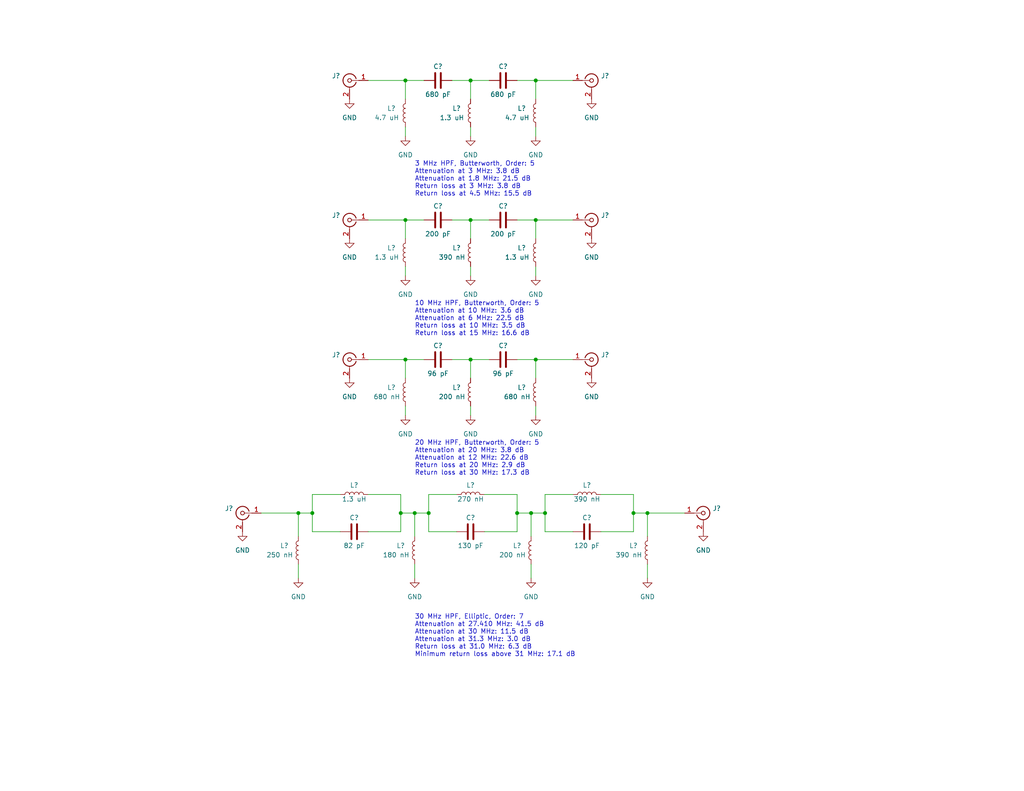
<source format=kicad_sch>
(kicad_sch (version 20230121) (generator eeschema)
  (paper "USLetter")
  (title_block (date "2023-09-19"))
  (lib_symbols
    (symbol "Connector:Conn_Coaxial" (pin_names (offset 1.016) hide)
      (property "Reference" "J" (at 0.254 3.048 0))
      (property "Value" "Conn_Coaxial" (at 2.921 0 90))
      (symbol "Conn_Coaxial_0_1"
        (arc (start -1.778 -0.508) (mid 0.2311 -1.8066) (end 1.778 0) (stroke (width 0.254)))
        (polyline (pts (xy -2.54 0) (xy -0.508 0)))
        (polyline (pts (xy 0 -2.54) (xy 0 -1.778)))
        (circle (center 0 0) (radius 0.508) (stroke (width 0.2032)))
        (arc (start 1.778 0) (mid 0.2099 1.8101) (end -1.778 0.508) (stroke (width 0.254)))
      )
      (symbol "Conn_Coaxial_1_1"
        (pin passive line (at -5.08 0 0) (length 2.54) (name "In") (number "1"))
        (pin passive line (at 0 -5.08 90) (length 2.54) (name "Ext") (number "2"))
      )
    )
    (symbol "Device:C" (pin_numbers hide) (pin_names (offset 0.254))
      (property "Reference" "C" (at 0.635 2.54 0))
      (property "Value" "C" (at 0.635 -2.54 0))
      (symbol "C_0_1"
        (polyline (pts (xy -2.032 -0.762) (xy 2.032 -0.762)) (stroke (width 0.508)))
        (polyline (pts (xy -2.032 0.762) (xy 2.032 0.762)) (stroke (width 0.508)))
      )
      (symbol "C_1_1"
        (pin passive line (at 0 3.81 270) (length 2.794) (name "~") (number "1"))
        (pin passive line (at 0 -3.81 90) (length 2.794) (name "~") (number "2"))
      )
    )
    (symbol "Device:L" (pin_numbers hide) (pin_names (offset 1.016) hide)
      (property "Reference" "L" (at -1.27 0 90))
      (property "Value" "L" (at 1.905 0 90))
      (symbol "L_0_1"
        (arc (start 0 -2.54) (mid 0.6323 -1.905) (end 0 -1.27))
        (arc (start 0 -1.27) (mid 0.6323 -0.635) (end 0 0))
        (arc (start 0 0) (mid 0.6323 0.635) (end 0 1.27))
        (arc (start 0 1.27) (mid 0.6323 1.905) (end 0 2.54))
      )
      (symbol "L_1_1"
        (pin passive line (at 0 3.81 270) (length 1.27) (name "1") (number "1"))
        (pin passive line (at 0 -3.81 90) (length 1.27) (name "2") (number "2"))
      )
    )
    (symbol "power:GND" (power) (pin_names (offset 0))
      (property "Value" "GND" (at 0 -3.81 0))
      (symbol "GND_0_1"
        (polyline (pts (xy 0 0) (xy 0 -1.27) (xy 1.27 -1.27) (xy 0 -2.54) (xy -1.27 -1.27) (xy 0 -1.27)))
      )
      (symbol "GND_1_1"
        (pin power_in line (at 0 0 270) (length 0) hide (name "GND") (number "1"))
      )
    )
  )
  (junction (at 148.717 140.081))
  (junction (at 113.157 140.081))
  (junction (at 146.177 98.171))
  (junction (at 172.847 140.081))
  (junction (at 116.967 140.081))
  (junction (at 128.397 60.071))
  (junction (at 109.347 140.081))
  (junction (at 110.617 21.971))
  (junction (at 85.217 140.081))
  (junction (at 144.907 140.081))
  (junction (at 110.617 98.171))
  (junction (at 141.097 140.081))
  (junction (at 146.177 21.971))
  (junction (at 128.397 21.971))
  (junction (at 146.177 60.071))
  (junction (at 128.397 98.171))
  (junction (at 110.617 60.071))
  (junction (at 81.407 140.081))
  (junction (at 176.657 140.081))
  (wire (pts (xy 141.097 21.971) (xy 146.177 21.971)))
  (wire (pts (xy 123.317 60.071) (xy 128.397 60.071)))
  (wire (pts (xy 110.617 21.971) (xy 110.617 27.051)))
  (wire (pts (xy 110.617 60.071) (xy 110.617 65.151)))
  (wire (pts (xy 148.717 135.001) (xy 148.717 140.081)))
  (wire (pts (xy 141.097 145.161) (xy 141.097 140.081)))
  (wire (pts (xy 146.177 60.071) (xy 156.337 60.071)))
  (wire (pts (xy 128.397 98.171) (xy 128.397 103.251)))
  (wire (pts (xy 156.337 135.001) (xy 148.717 135.001)))
  (wire (pts (xy 110.617 60.071) (xy 115.697 60.071)))
  (wire (pts (xy 144.907 140.081) (xy 148.717 140.081)))
  (wire (pts (xy 176.657 140.081) (xy 186.817 140.081)))
  (wire (pts (xy 100.457 98.171) (xy 110.617 98.171)))
  (wire (pts (xy 141.097 98.171) (xy 146.177 98.171)))
  (wire (pts (xy 113.157 140.081) (xy 113.157 146.431)))
  (wire (pts (xy 141.097 140.081) (xy 144.907 140.081)))
  (wire (pts (xy 146.177 34.671) (xy 146.177 37.211)))
  (wire (pts (xy 85.217 140.081) (xy 85.217 145.161)))
  (wire (pts (xy 110.617 34.671) (xy 110.617 37.211)))
  (wire (pts (xy 176.657 140.081) (xy 176.657 146.431)))
  (wire (pts (xy 141.097 140.081) (xy 141.097 135.001)))
  (wire (pts (xy 144.907 140.081) (xy 144.907 146.431)))
  (wire (pts (xy 146.177 98.171) (xy 146.177 103.251)))
  (wire (pts (xy 109.347 140.081) (xy 113.157 140.081)))
  (wire (pts (xy 116.967 140.081) (xy 116.967 145.161)))
  (wire (pts (xy 163.957 135.001) (xy 172.847 135.001)))
  (wire (pts (xy 146.177 60.071) (xy 146.177 65.151)))
  (wire (pts (xy 141.097 60.071) (xy 146.177 60.071)))
  (wire (pts (xy 172.847 145.161) (xy 172.847 140.081)))
  (wire (pts (xy 100.457 135.001) (xy 109.347 135.001)))
  (wire (pts (xy 109.347 145.161) (xy 109.347 140.081)))
  (wire (pts (xy 128.397 98.171) (xy 133.477 98.171)))
  (wire (pts (xy 116.967 135.001) (xy 116.967 140.081)))
  (wire (pts (xy 128.397 60.071) (xy 128.397 65.151)))
  (wire (pts (xy 148.717 145.161) (xy 156.337 145.161)))
  (wire (pts (xy 81.407 140.081) (xy 81.407 146.431)))
  (wire (pts (xy 172.847 140.081) (xy 176.657 140.081)))
  (wire (pts (xy 85.217 145.161) (xy 92.837 145.161)))
  (wire (pts (xy 124.587 135.001) (xy 116.967 135.001)))
  (wire (pts (xy 132.207 145.161) (xy 141.097 145.161)))
  (wire (pts (xy 128.397 21.971) (xy 133.477 21.971)))
  (wire (pts (xy 85.217 135.001) (xy 85.217 140.081)))
  (wire (pts (xy 146.177 21.971) (xy 156.337 21.971)))
  (wire (pts (xy 110.617 98.171) (xy 115.697 98.171)))
  (wire (pts (xy 110.617 21.971) (xy 115.697 21.971)))
  (wire (pts (xy 116.967 145.161) (xy 124.587 145.161)))
  (wire (pts (xy 113.157 140.081) (xy 116.967 140.081)))
  (wire (pts (xy 81.407 140.081) (xy 85.217 140.081)))
  (wire (pts (xy 163.957 145.161) (xy 172.847 145.161)))
  (wire (pts (xy 128.397 60.071) (xy 133.477 60.071)))
  (wire (pts (xy 110.617 98.171) (xy 110.617 103.251)))
  (wire (pts (xy 128.397 72.771) (xy 128.397 75.311)))
  (wire (pts (xy 110.617 110.871) (xy 110.617 113.411)))
  (wire (pts (xy 81.407 154.051) (xy 81.407 157.861)))
  (wire (pts (xy 123.317 21.971) (xy 128.397 21.971)))
  (wire (pts (xy 113.157 154.051) (xy 113.157 157.861)))
  (wire (pts (xy 92.837 135.001) (xy 85.217 135.001)))
  (wire (pts (xy 146.177 21.971) (xy 146.177 27.051)))
  (wire (pts (xy 172.847 140.081) (xy 172.847 135.001)))
  (wire (pts (xy 71.247 140.081) (xy 81.407 140.081)))
  (wire (pts (xy 128.397 110.871) (xy 128.397 113.411)))
  (wire (pts (xy 144.907 154.051) (xy 144.907 157.861)))
  (wire (pts (xy 176.657 154.051) (xy 176.657 157.861)))
  (wire (pts (xy 110.617 72.771) (xy 110.617 75.311)))
  (wire (pts (xy 128.397 21.971) (xy 128.397 27.051)))
  (wire (pts (xy 109.347 140.081) (xy 109.347 135.001)))
  (wire (pts (xy 148.717 140.081) (xy 148.717 145.161)))
  (wire (pts (xy 100.457 145.161) (xy 109.347 145.161)))
  (wire (pts (xy 123.317 98.171) (xy 128.397 98.171)))
  (wire (pts (xy 132.207 135.001) (xy 141.097 135.001)))
  (wire (pts (xy 146.177 72.771) (xy 146.177 75.311)))
  (wire (pts (xy 146.177 110.871) (xy 146.177 113.411)))
  (wire (pts (xy 128.397 34.671) (xy 128.397 37.211)))
  (wire (pts (xy 100.457 21.971) (xy 110.617 21.971)))
  (wire (pts (xy 146.177 98.171) (xy 156.337 98.171)))
  (wire (pts (xy 100.457 60.071) (xy 110.617 60.071)))
  (text "10 MHz HPF, Butterworth, Order: 5\nAttenuation at 10 MHz: 3.6 dB\nAttenuation at 6 MHz: 22.5 dB\nReturn loss at 10 MHz: 3.5 dB\nReturn loss at 15 MHz: 16.6 dB" (at 113.157 91.821 0) (effects (font (size 1.27 1.27)) (justify left bottom)))
  (text "3 MHz HPF, Butterworth, Order: 5\nAttenuation at 3 MHz: 3.8 dB\nAttenuation at 1.8 MHz: 21.5 dB\nReturn loss at 3 MHz: 3.8 dB\nReturn loss at 4.5 MHz: 15.5 dB" (at 113.157 53.721 0) (effects (font (size 1.27 1.27)) (justify left bottom)))
  (text "30 MHz HPF, Elliptic, Order: 7\nAttenuation at 27.410 MHz: 41.5 dB\nAttenuation at 30 MHz: 11.5 dB\nAttenuation at 31.3 MHz: 3.0 dB\nReturn loss at 31.0 MHz: 6.3 dB\nMinimum return loss above 31 MHz: 17.1 dB" (at 113.157 179.451 0) (effects (font (size 1.27 1.27)) (justify left bottom)))
  (text "20 MHz HPF, Butterworth, Order: 5\nAttenuation at 20 MHz: 3.8 dB\nAttenuation at 12 MHz: 22.6 dB\nReturn loss at 20 MHz: 2.9 dB\nReturn loss at 30 MHz: 17.3 dB" (at 113.157 129.921 0) (effects (font (size 1.27 1.27)) (justify left bottom)))
  (symbol (lib_id "power:GND") (at 113.157 157.861 0) (unit 1)
    (property "Reference" "#PWR?" (effects hide))
    (property "Value" "GND" (at 113.157 162.941 0))
    (instances (project "ARX" (path "" (reference "#PWR?") (unit 1)) (path "" (reference "#PWR?") (unit 1)) (path "" (reference "#PWR027") (unit 1))))
  )
  (symbol (lib_id "power:GND") (at 146.177 113.411 0) (unit 1)
    (property "Reference" "#PWR?" (effects hide))
    (property "Value" "GND" (at 146.177 118.491 0))
    (instances (project "ARX" (path "" (reference "#PWR?") (unit 1)) (path "" (reference "#PWR?") (unit 1)) (path "" (reference "#PWR034") (unit 1))))
  )
  (symbol (lib_id "Device:C") (at 137.287 60.071 90) (unit 1)
    (property "Reference" "C?" (at 137.287 56.261 90))
    (property "Value" "200 pF" (at 137.287 63.881 90))
    (property "Footprint" "LWA RF:C_0805_2012Metric_Pad1.27x1.45mm_HandSolder" (effects hide))
    (property "Datasheet" "https://datasheets.kyocera-avx.com/C0GNP0-Dielectric.pdf" (effects hide))
    (property "MFGR" "KYOCERA AVX" (effects hide))
    (property "MPN" "08051A201GAT2A" (effects hide))
    (property "Unit Cost" "0.26" (effects hide))
    (property "Stock" "9122" (effects hide))
    (property "Stock Date" "09/18/2023" (effects hide))
    (property "Desc" "CAP CER 200PF 100V NP0 0805" (effects hide))
    (property "Temp Coeff" "COG/NPO" (effects hide))
    (property "Tolerance" "2%" (effects hide))
    (instances (project "ARX" (path "" (reference "C?") (unit 1)) (path "" (reference "C?") (unit 1)) (path "" (reference "C25") (unit 1))))
  )
  (symbol (lib_id "Device:C") (at 137.287 21.971 90) (unit 1)
    (property "Reference" "C?" (at 137.287 18.161 90))
    (property "Value" "680 pF" (at 137.287 25.781 90))
    (property "Footprint" "LWA RF:C_0805_2012Metric_Pad1.27x1.45mm_HandSolder" (effects hide))
    (property "Datasheet" "https://www.yageo.com/upload/media/product/productsearch/datasheet/mlcc/UPY-GP_NP0_16V-to-50V_18.pdf" (effects hide))
    (property "MFGR" "YAGEO" (effects hide))
    (property "MPN" "CC0805GRNPO9BN681" (effects hide))
    (property "Unit Cost" "0.13" (effects hide))
    (property "Stock" "4395" (effects hide))
    (property "Stock Date" "09/18/2023" (effects hide))
    (property "Desc" "CAP CER 680PF 50V C0G/NPO 0805" (effects hide))
    (property "Temp Coeff" "COG/NPO" (effects hide))
    (property "Voltage Rating" "50V" (effects hide))
    (property "Tolerance" "2%" (effects hide))
    (instances (project "ARX" (path "" (reference "C?") (unit 1)) (path "" (reference "C?") (unit 1)) (path "" (reference "C24") (unit 1))))
  )
  (symbol (lib_id "Device:L") (at 110.617 30.861 180) (unit 1)
    (property "Reference" "L?" (at 106.807 29.591 0))
    (property "Value" "4.7 uH" (at 105.537 32.131 0))
    (property "Footprint" "LWA RF:1008CS_Handsolder" (effects hide))
    (property "Datasheet" "https://www.coilcraft.com/getmedia/dd5f20e4-1ff7-43df-8317-b693eb2dce3e/0805cs.pdf" (effects hide))
    (property "MFGR" "Coilcraft" (effects hide))
    (property "MPN" "1008CS-472XGRC" (effects hide))
    (property "Unit Cost" "0.73" (effects hide))
    (property "Stock" "53608" (effects hide))
    (property "Stock Date" "8/3/2023" (effects hide))
    (property "Desc" "4.7 uH Ceramic Chip Inductor" (effects hide))
    (property "Q typ" "20 @ 25 MHz" (effects hide))
    (property "SRF typ" "90 MHz" (effects hide))
    (instances (project "ARX" (path "" (reference "L?") (unit 1)) (path "" (reference "L?") (unit 1)) (path "" (reference "L9") (unit 1))))
  )
  (symbol (lib_id "Connector:Conn_Coaxial") (at 191.897 140.081 0) (unit 1)
    (property "Reference" "J?" (at 194.437 138.811 0) (effects (justify left)))
    (property "Value" "Conn_Coaxial" (effects hide))
    (property "Footprint" "LWA RF:LINX_SMA_EL" (effects hide))
    (property "Datasheet" "https://www.te.com/commerce/DocumentDelivery/DDEController?Action=showdoc&DocId=Customer+Drawing%7FC-CONSMA020.062-G%7FA%7Fpdf%7FEnglish%7FENG_CD_C-CONSMA020.062-G_A.pdf%7FL9000279-01" (effects hide))
    (instances (project "ARX" (path "" (reference "J?") (unit 1)) (path "" (reference "J?") (unit 1)) (path "" (reference "J14") (unit 1))))
  )
  (symbol (lib_id "power:GND") (at 128.397 113.411 0) (unit 1)
    (property "Reference" "#PWR?" (effects hide))
    (property "Value" "GND" (at 128.397 118.491 0))
    (instances (project "ARX" (path "" (reference "#PWR?") (unit 1)) (path "" (reference "#PWR?") (unit 1)) (path "" (reference "#PWR030") (unit 1))))
  )
  (symbol (lib_id "Device:C") (at 137.287 98.171 90) (unit 1)
    (property "Reference" "C?" (at 137.287 94.361 90))
    (property "Value" "96 pF" (at 137.287 101.981 90))
    (property "Footprint" "LWA RF:C_0805_2012Metric_Pad1.27x1.45mm_HandSolder" (effects hide))
    (property "Datasheet" "https://datasheets.kyocera-avx.com/C0GNP0-Dielectric.pdf" (effects hide))
    (property "MFGR" "KYOCERA AVX" (effects hide))
    (property "MPN" "08055A960FAT2A" (effects hide))
    (property "Unit Cost" "0.38" (effects hide))
    (property "Stock" "2558" (effects hide))
    (property "Stock Date" "09/18/2023" (effects hide))
    (property "Desc" "CAP CER 96PF 50V NP0 0805" (effects hide))
    (property "Temp Coeff" "NPO/COG" (effects hide))
    (property "Voltage Rating" "50V" (effects hide))
    (property "Tolerance" "2%" (effects hide))
    (instances (project "ARX" (path "" (reference "C?") (unit 1)) (path "" (reference "C?") (unit 1)) (path "" (reference "C26") (unit 1))))
  )
  (symbol (lib_id "Device:L") (at 128.397 30.861 180) (unit 1)
    (property "Reference" "L?" (at 124.587 29.591 0))
    (property "Value" "1.3 uH" (at 123.317 32.131 0))
    (property "Footprint" "LWA RF:1008CS_Handsolder" (effects hide))
    (property "Datasheet" "https://www.coilcraft.com/getmedia/9b59774c-05d4-40c5-99c9-417bb8e881ea/1008cs.pdf" (effects hide))
    (property "MFGR" "Coilcraft" (effects hide))
    (property "MPN" "1008CS-132XGRC" (effects hide))
    (property "Unit Cost" "0.73" (effects hide))
    (property "Stock" "5256" (effects hide))
    (property "Stock Date" "8/3/2023" (effects hide))
    (property "Desc" "1.3 uH Ceramic Chip Inductor" (effects hide))
    (property "Q typ" "25 @ 50 MHz" (effects hide))
    (property "SRF typ" "200 MHz" (effects hide))
    (instances (project "ARX" (path "" (reference "L?") (unit 1)) (path "" (reference "L?") (unit 1)) (path "" (reference "L13") (unit 1))))
  )
  (symbol (lib_id "power:GND") (at 144.907 157.861 0) (unit 1)
    (property "Reference" "#PWR?" (effects hide))
    (property "Value" "GND" (at 144.907 162.941 0))
    (instances (project "ARX" (path "" (reference "#PWR?") (unit 1)) (path "" (reference "#PWR?") (unit 1)) (path "" (reference "#PWR031") (unit 1))))
  )
  (symbol (lib_id "Device:C") (at 119.507 60.071 90) (unit 1)
    (property "Reference" "C?" (at 119.507 56.261 90))
    (property "Value" "200 pF" (at 119.507 63.881 90))
    (property "Footprint" "LWA RF:C_0805_2012Metric_Pad1.27x1.45mm_HandSolder" (effects hide))
    (property "Datasheet" "https://datasheets.kyocera-avx.com/C0GNP0-Dielectric.pdf" (effects hide))
    (property "MFGR" "KYOCERA AVX" (effects hide))
    (property "MPN" "08051A201GAT2A" (effects hide))
    (property "Unit Cost" "0.26" (effects hide))
    (property "Stock" "9122" (effects hide))
    (property "Stock Date" "09/18/2023" (effects hide))
    (property "Desc" "CAP CER 200PF 100V NP0 0805" (effects hide))
    (property "Temp Coeff" "COG/NPO" (effects hide))
    (property "Tolerance" "2%" (effects hide))
    (instances (project "ARX" (path "" (reference "C?") (unit 1)) (path "" (reference "C?") (unit 1)) (path "" (reference "C21") (unit 1))))
  )
  (symbol (lib_id "Device:L") (at 113.157 150.241 180) (unit 1)
    (property "Reference" "L?" (at 109.347 148.971 0))
    (property "Value" "180 nH" (at 108.077 151.511 0))
    (property "Footprint" "Inductor_SMD:L_0805_2012Metric_Pad1.15x1.40mm_HandSolder" (effects hide))
    (property "Datasheet" "https://www.coilcraft.com/getmedia/c30565bc-9cf5-4393-9380-6f782e4b4cd8/0805hp.pdf" (effects hide))
    (property "MFGR" "Coilcraft" (effects hide))
    (property "MPN" "0805HP-181XGRC" (effects hide))
    (property "Unit Cost" "0.70" (effects hide))
    (property "Stock" "12061" (effects hide))
    (property "Stock Date" "8/3/2023" (effects hide))
    (property "Desc" "180 nH High Q Ceramic Chip Inductor" (effects hide))
    (property "Tolerance" "2%" (effects hide))
    (property "Q typ" "77 @ 100 MHz" (effects hide))
    (property "SRF typ" "1025MHz" (effects hide))
    (instances (project "ARX" (path "" (reference "L?") (unit 1)) (path "" (reference "L?") (unit 1)) (path "" (reference "L12") (unit 1))))
  )
  (symbol (lib_id "Device:L") (at 110.617 107.061 180) (unit 1)
    (property "Reference" "L?" (at 106.807 105.791 0))
    (property "Value" "680 nH" (at 105.537 108.331 0))
    (property "Footprint" "LWA RF:1008CS_Handsolder" (effects hide))
    (property "Datasheet" "https://www.coilcraft.com/getmedia/9b59774c-05d4-40c5-99c9-417bb8e881ea/1008cs.pdf" (effects hide))
    (property "MFGR" "Coilcraft" (effects hide))
    (property "MPN" "1008CS-681XGRC" (effects hide))
    (property "Unit Cost" "0.73" (effects hide))
    (property "Stock" "2536" (effects hide))
    (property "Stock Date" "8/3/2023" (effects hide))
    (property "Desc" "680 nH High Q Ceramic Chip Inductor" (effects hide))
    (property "Tolerance" "2%" (effects hide))
    (property "Q typ" "45 @ 100 MHz" (effects hide))
    (property "SRF typ" "375 MHz" (effects hide))
    (instances (project "ARX" (path "" (reference "L?") (unit 1)) (path "" (reference "L?") (unit 1)) (path "" (reference "L11") (unit 1))))
  )
  (symbol (lib_id "Device:L") (at 110.617 68.961 180) (unit 1)
    (property "Reference" "L?" (at 106.807 67.691 0))
    (property "Value" "1.3 uH" (at 105.537 70.231 0))
    (property "Footprint" "LWA RF:1008CS_Handsolder" (effects hide))
    (property "Datasheet" "https://www.coilcraft.com/getmedia/9b59774c-05d4-40c5-99c9-417bb8e881ea/1008cs.pdf" (effects hide))
    (property "MFGR" "Coilcraft" (effects hide))
    (property "MPN" "1008CS-132XGRC" (effects hide))
    (property "Unit Cost" "0.73" (effects hide))
    (property "Stock" "5256" (effects hide))
    (property "Stock Date" "8/3/2023" (effects hide))
    (property "Desc" "1.3 uH Ceramic Chip Inductor" (effects hide))
    (property "Q typ" "25 @ 50 MHz" (effects hide))
    (property "SRF typ" "200 MHz" (effects hide))
    (instances (project "ARX" (path "" (reference "L?") (unit 1)) (path "" (reference "L?") (unit 1)) (path "" (reference "L10") (unit 1))))
  )
  (symbol (lib_id "Connector:Conn_Coaxial") (at 95.377 60.071 0) (mirror y) (unit 1)
    (property "Reference" "J?" (at 92.837 58.801 0) (effects (justify left)))
    (property "Value" "Conn_Coaxial" (effects hide))
    (property "Footprint" "LWA RF:LINX_SMA_EL" (effects hide))
    (property "Datasheet" "https://www.te.com/commerce/DocumentDelivery/DDEController?Action=showdoc&DocId=Customer+Drawing%7FC-CONSMA020.062-G%7FA%7Fpdf%7FEnglish%7FENG_CD_C-CONSMA020.062-G_A.pdf%7FL9000279-01" (effects hide))
    (instances (project "ARX" (path "" (reference "J?") (unit 1)) (path "" (reference "J?") (unit 1)) (path "" (reference "J9") (unit 1))))
  )
  (symbol (lib_id "power:GND") (at 146.177 75.311 0) (unit 1)
    (property "Reference" "#PWR?" (effects hide))
    (property "Value" "GND" (at 146.177 80.391 0))
    (instances (project "ARX" (path "" (reference "#PWR?") (unit 1)) (path "" (reference "#PWR?") (unit 1)) (path "" (reference "#PWR033") (unit 1))))
  )
  (symbol (lib_id "power:GND") (at 161.417 103.251 0) (unit 1)
    (property "Reference" "#PWR?" (effects hide))
    (property "Value" "GND" (at 161.417 108.331 0))
    (instances (project "ARX" (path "" (reference "#PWR?") (unit 1)) (path "" (reference "#PWR?") (unit 1)) (path "" (reference "#PWR037") (unit 1))))
  )
  (symbol (lib_id "power:GND") (at 146.177 37.211 0) (unit 1)
    (property "Reference" "#PWR?" (effects hide))
    (property "Value" "GND" (at 146.177 42.291 0))
    (instances (project "ARX" (path "" (reference "#PWR?") (unit 1)) (path "" (reference "#PWR?") (unit 1)) (path "" (reference "#PWR032") (unit 1))))
  )
  (symbol (lib_id "power:GND") (at 110.617 37.211 0) (unit 1)
    (property "Reference" "#PWR?" (effects hide))
    (property "Value" "GND" (at 110.617 42.291 0))
    (instances (project "ARX" (path "" (reference "#PWR?") (unit 1)) (path "" (reference "#PWR?") (unit 1)) (path "" (reference "#PWR024") (unit 1))))
  )
  (symbol (lib_id "power:GND") (at 81.407 157.861 0) (unit 1)
    (property "Reference" "#PWR?" (effects hide))
    (property "Value" "GND" (at 81.407 162.941 0))
    (instances (project "ARX" (path "" (reference "#PWR?") (unit 1)) (path "" (reference "#PWR?") (unit 1)) (path "" (reference "#PWR020") (unit 1))))
  )
  (symbol (lib_id "Connector:Conn_Coaxial") (at 161.417 98.171 0) (unit 1)
    (property "Reference" "J?" (at 163.957 96.901 0) (effects (justify left)))
    (property "Value" "Conn_Coaxial" (effects hide))
    (property "Footprint" "LWA RF:LINX_SMA_EL" (effects hide))
    (property "Datasheet" "https://www.te.com/commerce/DocumentDelivery/DDEController?Action=showdoc&DocId=Customer+Drawing%7FC-CONSMA020.062-G%7FA%7Fpdf%7FEnglish%7FENG_CD_C-CONSMA020.062-G_A.pdf%7FL9000279-01" (effects hide))
    (instances (project "ARX" (path "" (reference "J?") (unit 1)) (path "" (reference "J?") (unit 1)) (path "" (reference "J13") (unit 1))))
  )
  (symbol (lib_id "Device:L") (at 128.397 135.001 90) (unit 1)
    (property "Reference" "L?" (at 128.397 132.461 90))
    (property "Value" "270 nH" (at 128.397 136.271 90))
    (property "Footprint" "Inductor_SMD:L_0805_2012Metric_Pad1.15x1.40mm_HandSolder" (effects hide))
    (property "Datasheet" "https://www.coilcraft.com/getmedia/c30565bc-9cf5-4393-9380-6f782e4b4cd8/0805hp.pdf" (effects hide))
    (property "MFGR" "Coilcraft" (effects hide))
    (property "MPN" "0805HP-271XGRC" (effects hide))
    (property "Unit Cost" "0.70" (effects hide))
    (property "Stock" "9233" (effects hide))
    (property "Stock Date" "8/3/2023" (effects hide))
    (property "Desc" "270 nH High Q Ceramic Chip Inductor" (effects hide))
    (property "Tolerance" "2%" (effects hide))
    (property "Q typ" "75 @ 100 MHz" (effects hide))
    (property "SRF typ" "830 MHz" (effects hide))
    (instances (project "ARX" (path "" (reference "L?") (unit 1)) (path "" (reference "L?") (unit 1)) (path "" (reference "L16") (unit 1))))
  )
  (symbol (lib_id "Device:L") (at 96.647 135.001 90) (unit 1)
    (property "Reference" "L?" (at 96.647 132.461 90))
    (property "Value" "1.3 uH" (at 96.647 136.271 90))
    (property "Footprint" "LWA RF:1008CS_Handsolder" (effects hide))
    (property "Datasheet" "https://www.coilcraft.com/getmedia/9b59774c-05d4-40c5-99c9-417bb8e881ea/1008cs.pdf" (effects hide))
    (property "MFGR" "Coilcraft" (effects hide))
    (property "MPN" "1008CS-132XGRC" (effects hide))
    (property "Unit Cost" "0.73" (effects hide))
    (property "Stock" "5256" (effects hide))
    (property "Stock Date" "8/3/2023" (effects hide))
    (property "Desc" "1.3 uH Ceramic Chip Inductor" (effects hide))
    (property "Q typ" "25 @ 50 MHz" (effects hide))
    (property "SRF typ" "200 MHz" (effects hide))
    (instances (project "ARX" (path "" (reference "L?") (unit 1)) (path "" (reference "L?") (unit 1)) (path "" (reference "L8") (unit 1))))
  )
  (symbol (lib_id "Device:L") (at 160.147 135.001 90) (unit 1)
    (property "Reference" "L?" (at 160.147 132.461 90))
    (property "Value" "390 nH" (at 160.147 136.271 90))
    (property "Footprint" "Inductor_SMD:L_0805_2012Metric_Pad1.15x1.40mm_HandSolder" (effects hide))
    (property "Datasheet" "https://www.coilcraft.com/getmedia/c30565bc-9cf5-4393-9380-6f782e4b4cd8/0805hp.pdf" (effects hide))
    (property "MFGR" "Coilcraft" (effects hide))
    (property "MPN" "0805HP-391XGRC" (effects hide))
    (property "Unit Cost" "0.70" (effects hide))
    (property "Stock" "4499" (effects hide))
    (property "Stock Date" "8/3/2023" (effects hide))
    (property "Desc" "390 nH High Q Ceramic Chip Inductor" (effects hide))
    (property "Tolerance" "2%" (effects hide))
    (property "Q typ" "52 @ 100 MHz" (effects hide))
    (property "SRF typ" "700 MHz" (effects hide))
    (instances (project "ARX" (path "" (reference "L?") (unit 1)) (path "" (reference "L?") (unit 1)) (path "" (reference "L21") (unit 1))))
  )
  (symbol (lib_id "power:GND") (at 110.617 113.411 0) (unit 1)
    (property "Reference" "#PWR?" (effects hide))
    (property "Value" "GND" (at 110.617 118.491 0))
    (instances (project "ARX" (path "" (reference "#PWR?") (unit 1)) (path "" (reference "#PWR?") (unit 1)) (path "" (reference "#PWR026") (unit 1))))
  )
  (symbol (lib_id "power:GND") (at 191.897 145.161 0) (unit 1)
    (property "Reference" "#PWR?" (effects hide))
    (property "Value" "GND" (at 191.897 150.241 0))
    (instances (project "ARX" (path "" (reference "#PWR?") (unit 1)) (path "" (reference "#PWR?") (unit 1)) (path "" (reference "#PWR039") (unit 1))))
  )
  (symbol (lib_id "Device:C") (at 119.507 98.171 90) (unit 1)
    (property "Reference" "C?" (at 119.507 94.361 90))
    (property "Value" "96 pF" (at 119.507 101.981 90))
    (property "Footprint" "LWA RF:C_0805_2012Metric_Pad1.27x1.45mm_HandSolder" (effects hide))
    (property "Datasheet" "https://datasheets.kyocera-avx.com/C0GNP0-Dielectric.pdf" (effects hide))
    (property "MFGR" "KYOCERA AVX" (effects hide))
    (property "MPN" "08055A960FAT2A" (effects hide))
    (property "Unit Cost" "0.38" (effects hide))
    (property "Stock" "2558" (effects hide))
    (property "Stock Date" "09/18/2023" (effects hide))
    (property "Desc" "CAP CER 96PF 50V NP0 0805" (effects hide))
    (property "Temp Coeff" "NPO/COG" (effects hide))
    (property "Voltage Rating" "50V" (effects hide))
    (property "Tolerance" "2%" (effects hide))
    (instances (project "ARX" (path "" (reference "C?") (unit 1)) (path "" (reference "C?") (unit 1)) (path "" (reference "C22") (unit 1))))
  )
  (symbol (lib_id "Device:L") (at 146.177 107.061 180) (unit 1)
    (property "Reference" "L?" (at 142.367 105.791 0))
    (property "Value" "680 nH" (at 141.097 108.331 0))
    (property "Footprint" "LWA RF:1008CS_Handsolder" (effects hide))
    (property "Datasheet" "https://www.coilcraft.com/getmedia/9b59774c-05d4-40c5-99c9-417bb8e881ea/1008cs.pdf" (effects hide))
    (property "MFGR" "Coilcraft" (effects hide))
    (property "MPN" "1008CS-681XGRC" (effects hide))
    (property "Unit Cost" "0.73" (effects hide))
    (property "Stock" "2536" (effects hide))
    (property "Stock Date" "8/3/2023" (effects hide))
    (property "Desc" "680 nH High Q Ceramic Chip Inductor" (effects hide))
    (property "Tolerance" "2%" (effects hide))
    (property "Q typ" "45 @ 100 MHz" (effects hide))
    (property "SRF typ" "375 MHz" (effects hide))
    (instances (project "ARX" (path "" (reference "L?") (unit 1)) (path "" (reference "L?") (unit 1)) (path "" (reference "L20") (unit 1))))
  )
  (symbol (lib_id "power:GND") (at 161.417 65.151 0) (unit 1)
    (property "Reference" "#PWR?" (effects hide))
    (property "Value" "GND" (at 161.417 70.231 0))
    (instances (project "ARX" (path "" (reference "#PWR?") (unit 1)) (path "" (reference "#PWR?") (unit 1)) (path "" (reference "#PWR036") (unit 1))))
  )
  (symbol (lib_id "power:GND") (at 128.397 75.311 0) (unit 1)
    (property "Reference" "#PWR?" (effects hide))
    (property "Value" "GND" (at 128.397 80.391 0))
    (instances (project "ARX" (path "" (reference "#PWR?") (unit 1)) (path "" (reference "#PWR?") (unit 1)) (path "" (reference "#PWR029") (unit 1))))
  )
  (symbol (lib_id "Connector:Conn_Coaxial") (at 66.167 140.081 0) (mirror y) (unit 1)
    (property "Reference" "J?" (at 63.627 138.811 0) (effects (justify left)))
    (property "Value" "Conn_Coaxial" (effects hide))
    (property "Footprint" "LWA RF:LINX_SMA_EL" (effects hide))
    (property "Datasheet" "https://www.te.com/commerce/DocumentDelivery/DDEController?Action=showdoc&DocId=Customer+Drawing%7FC-CONSMA020.062-G%7FA%7Fpdf%7FEnglish%7FENG_CD_C-CONSMA020.062-G_A.pdf%7FL9000279-01" (effects hide))
    (instances (project "ARX" (path "" (reference "J?") (unit 1)) (path "" (reference "J?") (unit 1)) (path "" (reference "J7") (unit 1))))
  )
  (symbol (lib_id "power:GND") (at 66.167 145.161 0) (mirror y) (unit 1)
    (property "Reference" "#PWR?" (effects hide))
    (property "Value" "GND" (at 66.167 150.241 0))
    (instances (project "ARX" (path "" (reference "#PWR?") (unit 1)) (path "" (reference "#PWR?") (unit 1)) (path "" (reference "#PWR019") (unit 1))))
  )
  (symbol (lib_id "Device:L") (at 146.177 30.861 180) (unit 1)
    (property "Reference" "L?" (at 142.367 29.591 0))
    (property "Value" "4.7 uH" (at 141.097 32.131 0))
    (property "Footprint" "LWA RF:1008CS_Handsolder" (effects hide))
    (property "Datasheet" "https://www.coilcraft.com/getmedia/dd5f20e4-1ff7-43df-8317-b693eb2dce3e/0805cs.pdf" (effects hide))
    (property "MFGR" "Coilcraft" (effects hide))
    (property "MPN" "1008CS-472XGRC" (effects hide))
    (property "Unit Cost" "0.73" (effects hide))
    (property "Stock" "53608" (effects hide))
    (property "Stock Date" "8/3/2023" (effects hide))
    (property "Desc" "4.7 uH Ceramic Chip Inductor" (effects hide))
    (property "Q typ" "20 @ 25 MHz" (effects hide))
    (property "SRF typ" "90 MHz" (effects hide))
    (instances (project "ARX" (path "" (reference "L?") (unit 1)) (path "" (reference "L?") (unit 1)) (path "" (reference "L18") (unit 1))))
  )
  (symbol (lib_id "Device:C") (at 96.647 145.161 90) (unit 1)
    (property "Reference" "C?" (at 96.647 141.351 90))
    (property "Value" "82 pF" (at 96.647 148.971 90))
    (property "Footprint" "LWA RF:C_0805_2012Metric_Pad1.27x1.45mm_HandSolder" (effects hide))
    (property "Datasheet" "https://www.passivecomponent.com/wp-content/uploads/datasheet/WTC_MLCC_General_Purpose.pdf" (effects hide))
    (property "MFGR" "Walsin Technology Corporation" (effects hide))
    (property "MPN" "0805N820G500CT" (effects hide))
    (property "Unit Cost" "0.07" (effects hide))
    (property "Stock" "12882" (effects hide))
    (property "Stock Date" "09/18/2023" (effects hide))
    (property "Desc" "CAP CER 82PF 50V C0G/NP0 0805" (effects hide))
    (property "Temp Coeff" "NPO/COG" (effects hide))
    (property "Tolerance" "2%" (effects hide))
    (property "Voltage Rating" "50V" (effects hide))
    (instances (project "ARX" (path "" (reference "C?") (unit 1)) (path "" (reference "C?") (unit 1)) (path "" (reference "C19") (unit 1))))
  )
  (symbol (lib_id "power:GND") (at 95.377 65.151 0) (mirror y) (unit 1)
    (property "Reference" "#PWR?" (effects hide))
    (property "Value" "GND" (at 95.377 70.231 0))
    (instances (project "ARX" (path "" (reference "#PWR?") (unit 1)) (path "" (reference "#PWR?") (unit 1)) (path "" (reference "#PWR022") (unit 1))))
  )
  (symbol (lib_id "Connector:Conn_Coaxial") (at 161.417 21.971 0) (unit 1)
    (property "Reference" "J?" (at 163.957 20.701 0) (effects (justify left)))
    (property "Value" "Conn_Coaxial" (effects hide))
    (property "Footprint" "LWA RF:LINX_SMA_EL" (effects hide))
    (property "Datasheet" "https://www.te.com/commerce/DocumentDelivery/DDEController?Action=showdoc&DocId=Customer+Drawing%7FC-CONSMA020.062-G%7FA%7Fpdf%7FEnglish%7FENG_CD_C-CONSMA020.062-G_A.pdf%7FL9000279-01" (effects hide))
    (instances (project "ARX" (path "" (reference "J?") (unit 1)) (path "" (reference "J?") (unit 1)) (path "" (reference "J11") (unit 1))))
  )
  (symbol (lib_id "Device:L") (at 176.657 150.241 180) (unit 1)
    (property "Reference" "L?" (at 172.847 148.971 0))
    (property "Value" "390 nH" (at 171.577 151.511 0))
    (property "Footprint" "Inductor_SMD:L_0805_2012Metric_Pad1.15x1.40mm_HandSolder" (effects hide))
    (property "Datasheet" "https://www.coilcraft.com/getmedia/c30565bc-9cf5-4393-9380-6f782e4b4cd8/0805hp.pdf" (effects hide))
    (property "MFGR" "Coilcraft" (effects hide))
    (property "MPN" "0805HP-391XGRC" (effects hide))
    (property "Unit Cost" "0.70" (effects hide))
    (property "Stock" "4499" (effects hide))
    (property "Stock Date" "8/3/2023" (effects hide))
    (property "Desc" "390 nH High Q Ceramic Chip Inductor" (effects hide))
    (property "Tolerance" "2%" (effects hide))
    (property "Q typ" "52 @ 100 MHz" (effects hide))
    (property "SRF typ" "700 MHz" (effects hide))
    (instances (project "ARX" (path "" (reference "L?") (unit 1)) (path "" (reference "L?") (unit 1)) (path "" (reference "L22") (unit 1))))
  )
  (symbol (lib_id "Device:L") (at 81.407 150.241 180) (unit 1)
    (property "Reference" "L?" (at 77.597 148.971 0))
    (property "Value" "250 nH" (at 76.327 151.511 0))
    (property "Footprint" "Inductor_SMD:L_0805_2012Metric_Pad1.15x1.40mm_HandSolder" (effects hide))
    (property "Datasheet" "https://www.coilcraft.com/getmedia/c30565bc-9cf5-4393-9380-6f782e4b4cd8/0805hp.pdf" (effects hide))
    (property "MFGR" "Coilcraft" (effects hide))
    (property "MPN" "0805HP-251XGRC" (effects hide))
    (property "Unit Cost" "0.70" (effects hide))
    (property "Stock" "5649" (effects hide))
    (property "Stock Date" "8/3/2023" (effects hide))
    (property "Desc" "250 nH High Q Ceramic Chip Inductor" (effects hide))
    (property "Tolerance" "2%" (effects hide))
    (property "Q typ" "74 @ 250 MHz" (effects hide))
    (property "SRF typ" "873 MHz" (effects hide))
    (instances (project "ARX" (path "" (reference "L?") (unit 1)) (path "" (reference "L?") (unit 1)) (path "" (reference "L7") (unit 1))))
  )
  (symbol (lib_id "power:GND") (at 128.397 37.211 0) (unit 1)
    (property "Reference" "#PWR?" (effects hide))
    (property "Value" "GND" (at 128.397 42.291 0))
    (instances (project "ARX" (path "" (reference "#PWR?") (unit 1)) (path "" (reference "#PWR?") (unit 1)) (path "" (reference "#PWR028") (unit 1))))
  )
  (symbol (lib_id "Device:C") (at 160.147 145.161 90) (unit 1)
    (property "Reference" "C?" (at 160.147 141.351 90))
    (property "Value" "120 pF" (at 160.147 148.971 90))
    (property "Footprint" "LWA RF:C_0805_2012Metric_Pad1.27x1.45mm_HandSolder" (effects hide))
    (property "Datasheet" "https://www.yageo.com/upload/media/product/productsearch/datasheet/mlcc/UPY-GP_NP0_16V-to-50V_18.pdf" (effects hide))
    (property "MFGR" "YAGEO" (effects hide))
    (property "MPN" "CC0805GRNPO9BN121" (effects hide))
    (property "Unit Cost" "0.13" (effects hide))
    (property "Stock" "3874" (effects hide))
    (property "Stock Date" "09/18/2023" (effects hide))
    (property "Desc" "CAP CER 120PF 50V C0G/NPO 0805" (effects hide))
    (property "Temp Coeff" "NPO/COG" (effects hide))
    (property "Tolerance" "2%" (effects hide))
    (property "Voltage Rating" "50V" (effects hide))
    (instances (project "ARX" (path "" (reference "C?") (unit 1)) (path "" (reference "C?") (unit 1)) (path "" (reference "C27") (unit 1))))
  )
  (symbol (lib_id "power:GND") (at 110.617 75.311 0) (unit 1)
    (property "Reference" "#PWR?" (effects hide))
    (property "Value" "GND" (at 110.617 80.391 0))
    (instances (project "ARX" (path "" (reference "#PWR?") (unit 1)) (path "" (reference "#PWR?") (unit 1)) (path "" (reference "#PWR025") (unit 1))))
  )
  (symbol (lib_id "Device:L") (at 146.177 68.961 180) (unit 1)
    (property "Reference" "L?" (at 142.367 67.691 0))
    (property "Value" "1.3 uH" (at 141.097 70.231 0))
    (property "Footprint" "LWA RF:1008CS_Handsolder" (effects hide))
    (property "Datasheet" "https://www.coilcraft.com/getmedia/9b59774c-05d4-40c5-99c9-417bb8e881ea/1008cs.pdf" (effects hide))
    (property "MFGR" "Coilcraft" (effects hide))
    (property "MPN" "1008CS-132XGRC" (effects hide))
    (property "Unit Cost" "0.73" (effects hide))
    (property "Stock" "5256" (effects hide))
    (property "Stock Date" "8/3/2023" (effects hide))
    (property "Desc" "1.3 uH Ceramic Chip Inductor" (effects hide))
    (property "Q typ" "25 @ 50 MHz" (effects hide))
    (property "SRF typ" "200 MHz" (effects hide))
    (instances (project "ARX" (path "" (reference "L?") (unit 1)) (path "" (reference "L?") (unit 1)) (path "" (reference "L19") (unit 1))))
  )
  (symbol (lib_id "Connector:Conn_Coaxial") (at 95.377 21.971 0) (mirror y) (unit 1)
    (property "Reference" "J?" (at 92.837 20.701 0) (effects (justify left)))
    (property "Value" "Conn_Coaxial" (effects hide))
    (property "Footprint" "LWA RF:LINX_SMA_EL" (effects hide))
    (property "Datasheet" "https://www.te.com/commerce/DocumentDelivery/DDEController?Action=showdoc&DocId=Customer+Drawing%7FC-CONSMA020.062-G%7FA%7Fpdf%7FEnglish%7FENG_CD_C-CONSMA020.062-G_A.pdf%7FL9000279-01" (effects hide))
    (instances (project "ARX" (path "" (reference "J?") (unit 1)) (path "" (reference "J?") (unit 1)) (path "" (reference "J8") (unit 1))))
  )
  (symbol (lib_id "Device:L") (at 128.397 107.061 180) (unit 1)
    (property "Reference" "L?" (at 124.587 105.791 0))
    (property "Value" "200 nH" (at 123.317 108.331 0))
    (property "Footprint" "Inductor_SMD:L_0805_2012Metric_Pad1.15x1.40mm_HandSolder" (effects hide))
    (property "Datasheet" "https://www.coilcraft.com/getmedia/c30565bc-9cf5-4393-9380-6f782e4b4cd8/0805hp.pdf" (effects hide))
    (property "MFGR" "Coilcraft" (effects hide))
    (property "MPN" "0805HP-201XGRC" (effects hide))
    (property "Unit Cost" "0.70" (effects hide))
    (property "Stock" "855" (effects hide))
    (property "Stock Date" "8/3/2023" (effects hide))
    (property "Desc" "200 nH High Q Ceramic Chip Inductor" (effects hide))
    (property "Tolerance" "2%" (effects hide))
    (property "Q typ" "75 @ 100 MHz" (effects hide))
    (property "SRF typ" "950 MHz" (effects hide))
    (instances (project "ARX" (path "" (reference "L?") (unit 1)) (path "" (reference "L?") (unit 1)) (path "" (reference "L15") (unit 1))))
  )
  (symbol (lib_id "power:GND") (at 161.417 27.051 0) (unit 1)
    (property "Reference" "#PWR?" (effects hide))
    (property "Value" "GND" (at 161.417 32.131 0))
    (instances (project "ARX" (path "" (reference "#PWR?") (unit 1)) (path "" (reference "#PWR?") (unit 1)) (path "" (reference "#PWR035") (unit 1))))
  )
  (symbol (lib_id "Device:C") (at 128.397 145.161 90) (unit 1)
    (property "Reference" "C?" (at 128.397 141.351 90))
    (property "Value" "130 pF" (at 128.397 148.971 90))
    (property "Footprint" "LWA RF:C_0805_2012Metric_Pad1.27x1.45mm_HandSolder" (effects hide))
    (property "Datasheet" "https://datasheets.kyocera-avx.com/C0GNP0-Dielectric.pdf" (effects hide))
    (property "MFGR" "KYOCERA AVX" (effects hide))
    (property "MPN" "08055A131GAT2A" (effects hide))
    (property "Unit Cost" "0.31" (effects hide))
    (property "Stock" "6519" (effects hide))
    (property "Stock Date" "09/18/2023" (effects hide))
    (property "Desc" "CAP CER 130PF 50V NP0 0805" (effects hide))
    (property "Temp Coeff" "NPO/COG" (effects hide))
    (property "Tolerance" "2%" (effects hide))
    (property "Voltage Rating" "50V" (effects hide))
    (instances (project "ARX" (path "" (reference "C?") (unit 1)) (path "" (reference "C?") (unit 1)) (path "" (reference "C23") (unit 1))))
  )
  (symbol (lib_id "Device:L") (at 144.907 150.241 180) (unit 1)
    (property "Reference" "L?" (at 141.097 148.971 0))
    (property "Value" "200 nH" (at 139.827 151.511 0))
    (property "Footprint" "Inductor_SMD:L_0805_2012Metric_Pad1.15x1.40mm_HandSolder" (effects hide))
    (property "Datasheet" "https://www.coilcraft.com/getmedia/c30565bc-9cf5-4393-9380-6f782e4b4cd8/0805hp.pdf" (effects hide))
    (property "MFGR" "Coilcraft" (effects hide))
    (property "MPN" "0805HP-201XGRC" (effects hide))
    (property "Unit Cost" "0.88" (effects hide))
    (property "Stock" "4960" (effects hide))
    (property "Stock Date" "8/3/2023" (effects hide))
    (property "Desc" "200 nH High Q Ceramic Chip Inductor" (effects hide))
    (property "Tolerance" "2%" (effects hide))
    (property "Q typ" "52 @ 250 MHz" (effects hide))
    (property "SRF typ" "950 MHz" (effects hide))
    (instances (project "ARX" (path "" (reference "L?") (unit 1)) (path "" (reference "L?") (unit 1)) (path "" (reference "L17") (unit 1))))
  )
  (symbol (lib_id "power:GND") (at 176.657 157.861 0) (unit 1)
    (property "Reference" "#PWR?" (effects hide))
    (property "Value" "GND" (at 176.657 162.941 0))
    (instances (project "ARX" (path "" (reference "#PWR?") (unit 1)) (path "" (reference "#PWR?") (unit 1)) (path "" (reference "#PWR038") (unit 1))))
  )
  (symbol (lib_id "Connector:Conn_Coaxial") (at 161.417 60.071 0) (unit 1)
    (property "Reference" "J?" (at 163.957 58.801 0) (effects (justify left)))
    (property "Value" "Conn_Coaxial" (effects hide))
    (property "Footprint" "LWA RF:LINX_SMA_EL" (effects hide))
    (property "Datasheet" "https://www.te.com/commerce/DocumentDelivery/DDEController?Action=showdoc&DocId=Customer+Drawing%7FC-CONSMA020.062-G%7FA%7Fpdf%7FEnglish%7FENG_CD_C-CONSMA020.062-G_A.pdf%7FL9000279-01" (effects hide))
    (instances (project "ARX" (path "" (reference "J?") (unit 1)) (path "" (reference "J?") (unit 1)) (path "" (reference "J12") (unit 1))))
  )
  (symbol (lib_id "Device:L") (at 128.397 68.961 180) (unit 1)
    (property "Reference" "L?" (at 124.587 67.691 0))
    (property "Value" "390 nH" (at 123.317 70.231 0))
    (property "Footprint" "Inductor_SMD:L_0805_2012Metric_Pad1.15x1.40mm_HandSolder" (effects hide))
    (property "Datasheet" "https://www.coilcraft.com/getmedia/c30565bc-9cf5-4393-9380-6f782e4b4cd8/0805hp.pdf" (effects hide))
    (property "MFGR" "Coilcraft" (effects hide))
    (property "MPN" "0805HP-391XGRC" (effects hide))
    (property "Unit Cost" "0.70" (effects hide))
    (property "Stock" "2536" (effects hide))
    (property "Stock Date" "8/3/2023" (effects hide))
    (property "Desc" "390 nH High Q Ceramic Chip Inductor" (effects hide))
    (property "Tolerance" "2%" (effects hide))
    (property "Q typ" "52 @ 100 MHz" (effects hide))
    (property "SRF typ" "700 MHz" (effects hide))
    (instances (project "ARX" (path "" (reference "L?") (unit 1)) (path "" (reference "L?") (unit 1)) (path "" (reference "L14") (unit 1))))
  )
  (symbol (lib_id "power:GND") (at 95.377 27.051 0) (mirror y) (unit 1)
    (property "Reference" "#PWR?" (effects hide))
    (property "Value" "GND" (at 95.377 32.131 0))
    (instances (project "ARX" (path "" (reference "#PWR?") (unit 1)) (path "" (reference "#PWR?") (unit 1)) (path "" (reference "#PWR021") (unit 1))))
  )
  (symbol (lib_id "Connector:Conn_Coaxial") (at 95.377 98.171 0) (mirror y) (unit 1)
    (property "Reference" "J?" (at 92.837 96.901 0) (effects (justify left)))
    (property "Value" "Conn_Coaxial" (effects hide))
    (property "Footprint" "LWA RF:LINX_SMA_EL" (effects hide))
    (property "Datasheet" "https://www.te.com/commerce/DocumentDelivery/DDEController?Action=showdoc&DocId=Customer+Drawing%7FC-CONSMA020.062-G%7FA%7Fpdf%7FEnglish%7FENG_CD_C-CONSMA020.062-G_A.pdf%7FL9000279-01" (effects hide))
    (instances (project "ARX" (path "" (reference "J?") (unit 1)) (path "" (reference "J?") (unit 1)) (path "" (reference "J10") (unit 1))))
  )
  (symbol (lib_id "power:GND") (at 95.377 103.251 0) (mirror y) (unit 1)
    (property "Reference" "#PWR?" (effects hide))
    (property "Value" "GND" (at 95.377 108.331 0))
    (instances (project "ARX" (path "" (reference "#PWR?") (unit 1)) (path "" (reference "#PWR?") (unit 1)) (path "" (reference "#PWR023") (unit 1))))
  )
  (symbol (lib_id "Device:C") (at 119.507 21.971 90) (unit 1)
    (property "Reference" "C?" (at 119.507 18.161 90))
    (property "Value" "680 pF" (at 119.507 25.781 90))
    (property "Footprint" "LWA RF:C_0805_2012Metric_Pad1.27x1.45mm_HandSolder" (effects hide))
    (property "Datasheet" "https://www.yageo.com/upload/media/product/productsearch/datasheet/mlcc/UPY-GP_NP0_16V-to-50V_18.pdf" (effects hide))
    (property "MFGR" "YAGEO" (effects hide))
    (property "MPN" "CC0805GRNPO9BN681" (effects hide))
    (property "Unit Cost" "0.13" (effects hide))
    (property "Stock" "4395" (effects hide))
    (property "Stock Date" "09/18/2023" (effects hide))
    (property "Desc" "CAP CER 680PF 50V C0G/NPO 0805" (effects hide))
    (property "Temp Coeff" "COG/NPO" (effects hide))
    (property "Voltage Rating" "50V" (effects hide))
    (property "Tolerance" "2%" (effects hide))
    (instances (project "ARX" (path "" (reference "C?") (unit 1)) (path "" (reference "C?") (unit 1)) (path "" (reference "C20") (unit 1))))
  )
)
</source>
